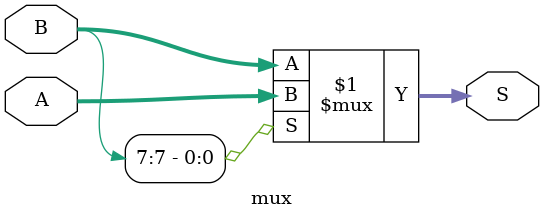
<source format=v>
module mux (
	input [7:0] A,
	input [7:0] B,
	output [7:0] S
);

assign S = (B[7] ? A : B);
endmodule

</source>
